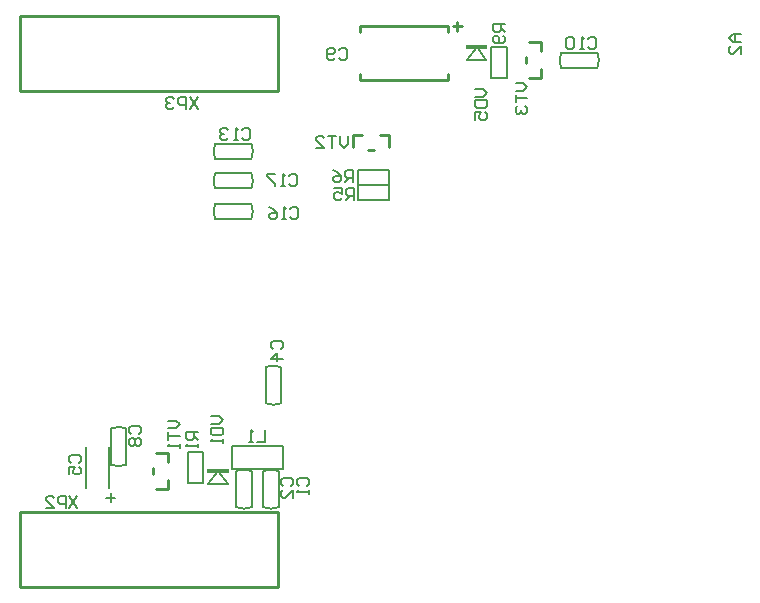
<source format=gbo>
%FSLAX24Y24*%
%MOIN*%
G70*
G01*
G75*
G04 Layer_Color=32896*
%ADD10C,0.0079*%
G04:AMPARAMS|DCode=11|XSize=28mil|YSize=35.8mil|CornerRadius=2.8mil|HoleSize=0mil|Usage=FLASHONLY|Rotation=0.000|XOffset=0mil|YOffset=0mil|HoleType=Round|Shape=RoundedRectangle|*
%AMROUNDEDRECTD11*
21,1,0.0280,0.0302,0,0,0.0*
21,1,0.0224,0.0358,0,0,0.0*
1,1,0.0056,0.0112,-0.0151*
1,1,0.0056,-0.0112,-0.0151*
1,1,0.0056,-0.0112,0.0151*
1,1,0.0056,0.0112,0.0151*
%
%ADD11ROUNDEDRECTD11*%
G04:AMPARAMS|DCode=12|XSize=41mil|YSize=36mil|CornerRadius=1.8mil|HoleSize=0mil|Usage=FLASHONLY|Rotation=0.000|XOffset=0mil|YOffset=0mil|HoleType=Round|Shape=RoundedRectangle|*
%AMROUNDEDRECTD12*
21,1,0.0410,0.0324,0,0,0.0*
21,1,0.0374,0.0360,0,0,0.0*
1,1,0.0036,0.0187,-0.0162*
1,1,0.0036,-0.0187,-0.0162*
1,1,0.0036,-0.0187,0.0162*
1,1,0.0036,0.0187,0.0162*
%
%ADD12ROUNDEDRECTD12*%
G04:AMPARAMS|DCode=13|XSize=41mil|YSize=36mil|CornerRadius=1.8mil|HoleSize=0mil|Usage=FLASHONLY|Rotation=270.000|XOffset=0mil|YOffset=0mil|HoleType=Round|Shape=RoundedRectangle|*
%AMROUNDEDRECTD13*
21,1,0.0410,0.0324,0,0,270.0*
21,1,0.0374,0.0360,0,0,270.0*
1,1,0.0036,-0.0162,-0.0187*
1,1,0.0036,-0.0162,0.0187*
1,1,0.0036,0.0162,0.0187*
1,1,0.0036,0.0162,-0.0187*
%
%ADD13ROUNDEDRECTD13*%
%ADD14O,0.0394X0.0984*%
%ADD15O,0.0984X0.0394*%
G04:AMPARAMS|DCode=16|XSize=28mil|YSize=35.8mil|CornerRadius=2.8mil|HoleSize=0mil|Usage=FLASHONLY|Rotation=270.000|XOffset=0mil|YOffset=0mil|HoleType=Round|Shape=RoundedRectangle|*
%AMROUNDEDRECTD16*
21,1,0.0280,0.0302,0,0,270.0*
21,1,0.0224,0.0358,0,0,270.0*
1,1,0.0056,-0.0151,-0.0112*
1,1,0.0056,-0.0151,0.0112*
1,1,0.0056,0.0151,0.0112*
1,1,0.0056,0.0151,-0.0112*
%
%ADD16ROUNDEDRECTD16*%
%ADD17O,0.0591X0.0281*%
G04:AMPARAMS|DCode=18|XSize=78.7mil|YSize=47.2mil|CornerRadius=11.8mil|HoleSize=0mil|Usage=FLASHONLY|Rotation=180.000|XOffset=0mil|YOffset=0mil|HoleType=Round|Shape=RoundedRectangle|*
%AMROUNDEDRECTD18*
21,1,0.0787,0.0236,0,0,180.0*
21,1,0.0551,0.0472,0,0,180.0*
1,1,0.0236,-0.0276,0.0118*
1,1,0.0236,0.0276,0.0118*
1,1,0.0236,0.0276,-0.0118*
1,1,0.0236,-0.0276,-0.0118*
%
%ADD18ROUNDEDRECTD18*%
%ADD19C,0.0472*%
%ADD20O,0.0709X0.0315*%
%ADD21C,0.0157*%
%ADD22C,0.0118*%
%ADD23C,0.0394*%
%ADD24C,0.0197*%
%ADD25C,0.0600*%
%ADD26R,0.0600X0.0600*%
%ADD27O,0.0984X0.2165*%
%ADD28C,0.0709*%
%ADD29R,0.0600X0.0600*%
%ADD30C,0.0669*%
%ADD31C,0.0315*%
%ADD32C,0.0394*%
%ADD33O,0.0281X0.0591*%
G04:AMPARAMS|DCode=34|XSize=94.5mil|YSize=110.2mil|CornerRadius=23.6mil|HoleSize=0mil|Usage=FLASHONLY|Rotation=180.000|XOffset=0mil|YOffset=0mil|HoleType=Round|Shape=RoundedRectangle|*
%AMROUNDEDRECTD34*
21,1,0.0945,0.0630,0,0,180.0*
21,1,0.0472,0.1102,0,0,180.0*
1,1,0.0472,-0.0236,0.0315*
1,1,0.0472,0.0236,0.0315*
1,1,0.0472,0.0236,-0.0315*
1,1,0.0472,-0.0236,-0.0315*
%
%ADD34ROUNDEDRECTD34*%
G04:AMPARAMS|DCode=35|XSize=51.2mil|YSize=72mil|CornerRadius=2.6mil|HoleSize=0mil|Usage=FLASHONLY|Rotation=90.000|XOffset=0mil|YOffset=0mil|HoleType=Round|Shape=RoundedRectangle|*
%AMROUNDEDRECTD35*
21,1,0.0512,0.0669,0,0,90.0*
21,1,0.0461,0.0720,0,0,90.0*
1,1,0.0051,0.0335,0.0230*
1,1,0.0051,0.0335,-0.0230*
1,1,0.0051,-0.0335,-0.0230*
1,1,0.0051,-0.0335,0.0230*
%
%ADD35ROUNDEDRECTD35*%
G04:AMPARAMS|DCode=36|XSize=54mil|YSize=50mil|CornerRadius=12.5mil|HoleSize=0mil|Usage=FLASHONLY|Rotation=180.000|XOffset=0mil|YOffset=0mil|HoleType=Round|Shape=RoundedRectangle|*
%AMROUNDEDRECTD36*
21,1,0.0540,0.0250,0,0,180.0*
21,1,0.0290,0.0500,0,0,180.0*
1,1,0.0250,-0.0145,0.0125*
1,1,0.0250,0.0145,0.0125*
1,1,0.0250,0.0145,-0.0125*
1,1,0.0250,-0.0145,-0.0125*
%
%ADD36ROUNDEDRECTD36*%
G04:AMPARAMS|DCode=37|XSize=70.9mil|YSize=51.2mil|CornerRadius=12.8mil|HoleSize=0mil|Usage=FLASHONLY|Rotation=90.000|XOffset=0mil|YOffset=0mil|HoleType=Round|Shape=RoundedRectangle|*
%AMROUNDEDRECTD37*
21,1,0.0709,0.0256,0,0,90.0*
21,1,0.0453,0.0512,0,0,90.0*
1,1,0.0256,0.0128,0.0226*
1,1,0.0256,0.0128,-0.0226*
1,1,0.0256,-0.0128,-0.0226*
1,1,0.0256,-0.0128,0.0226*
%
%ADD37ROUNDEDRECTD37*%
%ADD38C,0.0070*%
%ADD39C,0.0071*%
%ADD40C,0.0098*%
%ADD41C,0.0100*%
%ADD42C,0.0039*%
G04:AMPARAMS|DCode=43|XSize=33.9mil|YSize=41.8mil|CornerRadius=5.8mil|HoleSize=0mil|Usage=FLASHONLY|Rotation=0.000|XOffset=0mil|YOffset=0mil|HoleType=Round|Shape=RoundedRectangle|*
%AMROUNDEDRECTD43*
21,1,0.0339,0.0302,0,0,0.0*
21,1,0.0224,0.0418,0,0,0.0*
1,1,0.0116,0.0112,-0.0151*
1,1,0.0116,-0.0112,-0.0151*
1,1,0.0116,-0.0112,0.0151*
1,1,0.0116,0.0112,0.0151*
%
%ADD43ROUNDEDRECTD43*%
G04:AMPARAMS|DCode=44|XSize=47mil|YSize=42mil|CornerRadius=4.8mil|HoleSize=0mil|Usage=FLASHONLY|Rotation=0.000|XOffset=0mil|YOffset=0mil|HoleType=Round|Shape=RoundedRectangle|*
%AMROUNDEDRECTD44*
21,1,0.0470,0.0324,0,0,0.0*
21,1,0.0374,0.0420,0,0,0.0*
1,1,0.0096,0.0187,-0.0162*
1,1,0.0096,-0.0187,-0.0162*
1,1,0.0096,-0.0187,0.0162*
1,1,0.0096,0.0187,0.0162*
%
%ADD44ROUNDEDRECTD44*%
G04:AMPARAMS|DCode=45|XSize=47mil|YSize=42mil|CornerRadius=4.8mil|HoleSize=0mil|Usage=FLASHONLY|Rotation=270.000|XOffset=0mil|YOffset=0mil|HoleType=Round|Shape=RoundedRectangle|*
%AMROUNDEDRECTD45*
21,1,0.0470,0.0324,0,0,270.0*
21,1,0.0374,0.0420,0,0,270.0*
1,1,0.0096,-0.0162,-0.0187*
1,1,0.0096,-0.0162,0.0187*
1,1,0.0096,0.0162,0.0187*
1,1,0.0096,0.0162,-0.0187*
%
%ADD45ROUNDEDRECTD45*%
%ADD46O,0.0454X0.1044*%
%ADD47O,0.1044X0.0454*%
G04:AMPARAMS|DCode=48|XSize=33.9mil|YSize=41.8mil|CornerRadius=5.8mil|HoleSize=0mil|Usage=FLASHONLY|Rotation=270.000|XOffset=0mil|YOffset=0mil|HoleType=Round|Shape=RoundedRectangle|*
%AMROUNDEDRECTD48*
21,1,0.0339,0.0302,0,0,270.0*
21,1,0.0224,0.0418,0,0,270.0*
1,1,0.0116,-0.0151,-0.0112*
1,1,0.0116,-0.0151,0.0112*
1,1,0.0116,0.0151,0.0112*
1,1,0.0116,0.0151,-0.0112*
%
%ADD48ROUNDEDRECTD48*%
%ADD49O,0.0650X0.0341*%
G04:AMPARAMS|DCode=50|XSize=84.7mil|YSize=53.2mil|CornerRadius=14.8mil|HoleSize=0mil|Usage=FLASHONLY|Rotation=180.000|XOffset=0mil|YOffset=0mil|HoleType=Round|Shape=RoundedRectangle|*
%AMROUNDEDRECTD50*
21,1,0.0847,0.0236,0,0,180.0*
21,1,0.0551,0.0532,0,0,180.0*
1,1,0.0296,-0.0276,0.0118*
1,1,0.0296,0.0276,0.0118*
1,1,0.0296,0.0276,-0.0118*
1,1,0.0296,-0.0276,-0.0118*
%
%ADD50ROUNDEDRECTD50*%
%ADD51O,0.0768X0.0375*%
%ADD52C,0.0660*%
%ADD53R,0.0660X0.0660*%
%ADD54O,0.1044X0.2225*%
%ADD55C,0.0768*%
%ADD56R,0.0660X0.0660*%
%ADD57C,0.0729*%
%ADD58C,0.0532*%
%ADD59O,0.0341X0.0650*%
G04:AMPARAMS|DCode=60|XSize=100.5mil|YSize=116.2mil|CornerRadius=26.6mil|HoleSize=0mil|Usage=FLASHONLY|Rotation=180.000|XOffset=0mil|YOffset=0mil|HoleType=Round|Shape=RoundedRectangle|*
%AMROUNDEDRECTD60*
21,1,0.1005,0.0630,0,0,180.0*
21,1,0.0472,0.1162,0,0,180.0*
1,1,0.0532,-0.0236,0.0315*
1,1,0.0532,0.0236,0.0315*
1,1,0.0532,0.0236,-0.0315*
1,1,0.0532,-0.0236,-0.0315*
%
%ADD60ROUNDEDRECTD60*%
G04:AMPARAMS|DCode=61|XSize=57.2mil|YSize=78mil|CornerRadius=5.6mil|HoleSize=0mil|Usage=FLASHONLY|Rotation=90.000|XOffset=0mil|YOffset=0mil|HoleType=Round|Shape=RoundedRectangle|*
%AMROUNDEDRECTD61*
21,1,0.0572,0.0669,0,0,90.0*
21,1,0.0461,0.0780,0,0,90.0*
1,1,0.0111,0.0335,0.0230*
1,1,0.0111,0.0335,-0.0230*
1,1,0.0111,-0.0335,-0.0230*
1,1,0.0111,-0.0335,0.0230*
%
%ADD61ROUNDEDRECTD61*%
G04:AMPARAMS|DCode=62|XSize=60mil|YSize=56mil|CornerRadius=15.5mil|HoleSize=0mil|Usage=FLASHONLY|Rotation=180.000|XOffset=0mil|YOffset=0mil|HoleType=Round|Shape=RoundedRectangle|*
%AMROUNDEDRECTD62*
21,1,0.0600,0.0250,0,0,180.0*
21,1,0.0290,0.0560,0,0,180.0*
1,1,0.0310,-0.0145,0.0125*
1,1,0.0310,0.0145,0.0125*
1,1,0.0310,0.0145,-0.0125*
1,1,0.0310,-0.0145,-0.0125*
%
%ADD62ROUNDEDRECTD62*%
G04:AMPARAMS|DCode=63|XSize=76.8mil|YSize=57.2mil|CornerRadius=15.8mil|HoleSize=0mil|Usage=FLASHONLY|Rotation=90.000|XOffset=0mil|YOffset=0mil|HoleType=Round|Shape=RoundedRectangle|*
%AMROUNDEDRECTD63*
21,1,0.0768,0.0256,0,0,90.0*
21,1,0.0453,0.0572,0,0,90.0*
1,1,0.0316,0.0128,0.0226*
1,1,0.0316,0.0128,-0.0226*
1,1,0.0316,-0.0128,-0.0226*
1,1,0.0316,-0.0128,0.0226*
%
%ADD63ROUNDEDRECTD63*%
%ADD64C,0.0070*%
G36*
X20281Y14166D02*
X19561D01*
Y14276D01*
X20281D01*
Y14166D01*
D02*
G37*
G36*
X28903Y28300D02*
X28183D01*
Y28410D01*
X28903D01*
Y28300D01*
D02*
G37*
D10*
X28543Y28360D02*
X28873Y27930D01*
X28213D02*
X28543Y28360D01*
X28213Y27930D02*
X28873D01*
X19921Y14226D02*
X20251Y13796D01*
X19591D02*
X19921Y14226D01*
X19591Y13796D02*
X20251D01*
X16296Y13660D02*
Y15010D01*
X15516Y13660D02*
Y15010D01*
X16356Y13180D02*
Y13480D01*
X16206Y13330D02*
X16506D01*
X37362Y28780D02*
X37100D01*
X36969Y28648D01*
X37100Y28517D01*
X37362D01*
X37165D01*
Y28780D01*
X37362Y28124D02*
Y28386D01*
X37100Y28124D01*
X37034D01*
X36969Y28189D01*
Y28320D01*
X37034Y28386D01*
X22625Y13714D02*
X22559Y13780D01*
Y13911D01*
X22625Y13976D01*
X22887D01*
X22953Y13911D01*
Y13780D01*
X22887Y13714D01*
X22953Y13583D02*
Y13452D01*
Y13517D01*
X22559D01*
X22625Y13583D01*
X22099Y13734D02*
X22033Y13799D01*
Y13930D01*
X22099Y13996D01*
X22361D01*
X22427Y13930D01*
Y13799D01*
X22361Y13734D01*
X22427Y13340D02*
Y13602D01*
X22164Y13340D01*
X22099D01*
X22033Y13406D01*
Y13537D01*
X22099Y13602D01*
X17034Y15446D02*
X16969Y15512D01*
Y15643D01*
X17034Y15709D01*
X17297D01*
X17362Y15643D01*
Y15512D01*
X17297Y15446D01*
X17034Y15315D02*
X16969Y15249D01*
Y15118D01*
X17034Y15053D01*
X17100D01*
X17165Y15118D01*
X17231Y15053D01*
X17297D01*
X17362Y15118D01*
Y15249D01*
X17297Y15315D01*
X17231D01*
X17165Y15249D01*
X17100Y15315D01*
X17034D01*
X17165Y15249D02*
Y15118D01*
X23950Y28261D02*
X24016Y28327D01*
X24147D01*
X24213Y28261D01*
Y27999D01*
X24147Y27933D01*
X24016D01*
X23950Y27999D01*
X23819D02*
X23753Y27933D01*
X23622D01*
X23557Y27999D01*
Y28261D01*
X23622Y28327D01*
X23753D01*
X23819Y28261D01*
Y28195D01*
X23753Y28130D01*
X23557D01*
X32257Y28615D02*
X32323Y28681D01*
X32454D01*
X32520Y28615D01*
Y28353D01*
X32454Y28287D01*
X32323D01*
X32257Y28353D01*
X32126Y28287D02*
X31995D01*
X32061D01*
Y28681D01*
X32126Y28615D01*
X31798D02*
X31733Y28681D01*
X31601D01*
X31536Y28615D01*
Y28353D01*
X31601Y28287D01*
X31733D01*
X31798Y28353D01*
Y28615D01*
X20727Y25584D02*
X20793Y25649D01*
X20924D01*
X20990Y25584D01*
Y25321D01*
X20924Y25256D01*
X20793D01*
X20727Y25321D01*
X20596Y25256D02*
X20465D01*
X20530D01*
Y25649D01*
X20596Y25584D01*
X20268D02*
X20202Y25649D01*
X20071D01*
X20006Y25584D01*
Y25518D01*
X20071Y25453D01*
X20137D01*
X20071D01*
X20006Y25387D01*
Y25321D01*
X20071Y25256D01*
X20202D01*
X20268Y25321D01*
X22336Y22966D02*
X22402Y23031D01*
X22533D01*
X22598Y22966D01*
Y22703D01*
X22533Y22638D01*
X22402D01*
X22336Y22703D01*
X22205Y22638D02*
X22074D01*
X22139D01*
Y23031D01*
X22205Y22966D01*
X21614Y23031D02*
X21746Y22966D01*
X21877Y22835D01*
Y22703D01*
X21811Y22638D01*
X21680D01*
X21614Y22703D01*
Y22769D01*
X21680Y22835D01*
X21877D01*
X22297Y24068D02*
X22362Y24134D01*
X22493D01*
X22559Y24068D01*
Y23806D01*
X22493Y23740D01*
X22362D01*
X22297Y23806D01*
X22165Y23740D02*
X22034D01*
X22100D01*
Y24134D01*
X22165Y24068D01*
X21837Y24134D02*
X21575D01*
Y24068D01*
X21837Y23806D01*
Y23740D01*
X21496Y15590D02*
Y15197D01*
X21234D01*
X21102D02*
X20971D01*
X21037D01*
Y15590D01*
X21102Y15525D01*
X19252Y15531D02*
X18858D01*
Y15335D01*
X18924Y15269D01*
X19055D01*
X19121Y15335D01*
Y15531D01*
Y15400D02*
X19252Y15269D01*
Y15138D02*
Y15007D01*
Y15072D01*
X18858D01*
X18924Y15138D01*
X24449Y23268D02*
Y23661D01*
X24252D01*
X24186Y23596D01*
Y23465D01*
X24252Y23399D01*
X24449D01*
X24318D02*
X24186Y23268D01*
X23793Y23661D02*
X24055D01*
Y23465D01*
X23924Y23530D01*
X23858D01*
X23793Y23465D01*
Y23333D01*
X23858Y23268D01*
X23990D01*
X24055Y23333D01*
X24411Y23858D02*
Y24252D01*
X24214D01*
X24148Y24186D01*
Y24055D01*
X24214Y23989D01*
X24411D01*
X24280D02*
X24148Y23858D01*
X23755Y24252D02*
X23886Y24186D01*
X24017Y24055D01*
Y23924D01*
X23952Y23858D01*
X23820D01*
X23755Y23924D01*
Y23989D01*
X23820Y24055D01*
X24017D01*
X29488Y29134D02*
X29095D01*
Y28937D01*
X29160Y28871D01*
X29291D01*
X29357Y28937D01*
Y29134D01*
Y29003D02*
X29488Y28871D01*
X29423Y28740D02*
X29488Y28675D01*
Y28544D01*
X29423Y28478D01*
X29160D01*
X29095Y28544D01*
Y28675D01*
X29160Y28740D01*
X29226D01*
X29291Y28675D01*
Y28478D01*
X19685Y16063D02*
X19948D01*
X20079Y15932D01*
X19948Y15801D01*
X19685D01*
Y15669D02*
X20079D01*
Y15473D01*
X20013Y15407D01*
X19751D01*
X19685Y15473D01*
Y15669D01*
X20079Y15276D02*
Y15145D01*
Y15210D01*
X19685D01*
X19751Y15276D01*
X28504Y26969D02*
X28766D01*
X28898Y26837D01*
X28766Y26706D01*
X28504D01*
Y26575D02*
X28898D01*
Y26378D01*
X28832Y26313D01*
X28570D01*
X28504Y26378D01*
Y26575D01*
Y25919D02*
Y26181D01*
X28701D01*
X28635Y26050D01*
Y25985D01*
X28701Y25919D01*
X28832D01*
X28898Y25985D01*
Y26116D01*
X28832Y26181D01*
X18268Y15906D02*
X18530D01*
X18661Y15774D01*
X18530Y15643D01*
X18268D01*
Y15512D02*
Y15250D01*
Y15381D01*
X18661D01*
Y15118D02*
Y14987D01*
Y15053D01*
X18268D01*
X18333Y15118D01*
X24252Y25374D02*
Y25111D01*
X24121Y24980D01*
X23990Y25111D01*
Y25374D01*
X23858D02*
X23596D01*
X23727D01*
Y24980D01*
X23202D02*
X23465D01*
X23202Y25243D01*
Y25308D01*
X23268Y25374D01*
X23399D01*
X23465Y25308D01*
X29843Y27165D02*
X30105D01*
X30236Y27034D01*
X30105Y26903D01*
X29843D01*
Y26772D02*
Y26509D01*
Y26641D01*
X30236D01*
X29908Y26378D02*
X29843Y26313D01*
Y26181D01*
X29908Y26116D01*
X29974D01*
X30039Y26181D01*
Y26247D01*
Y26181D01*
X30105Y26116D01*
X30171D01*
X30236Y26181D01*
Y26313D01*
X30171Y26378D01*
X15236Y13386D02*
X14974Y12992D01*
Y13386D02*
X15236Y12992D01*
X14843D02*
Y13386D01*
X14646D01*
X14580Y13320D01*
Y13189D01*
X14646Y13123D01*
X14843D01*
X14187Y12992D02*
X14449D01*
X14187Y13255D01*
Y13320D01*
X14252Y13386D01*
X14383D01*
X14449Y13320D01*
X19252Y26693D02*
X18990Y26299D01*
Y26693D02*
X19252Y26299D01*
X18858D02*
Y26693D01*
X18662D01*
X18596Y26627D01*
Y26496D01*
X18662Y26430D01*
X18858D01*
X18465Y26627D02*
X18399Y26693D01*
X18268D01*
X18202Y26627D01*
Y26562D01*
X18268Y26496D01*
X18334D01*
X18268D01*
X18202Y26430D01*
Y26365D01*
X18268Y26299D01*
X18399D01*
X18465Y26365D01*
X21759Y18281D02*
X21693Y18347D01*
Y18478D01*
X21759Y18543D01*
X22021D01*
X22087Y18478D01*
Y18347D01*
X22021Y18281D01*
X22087Y17953D02*
X21693D01*
X21890Y18150D01*
Y17887D01*
X15026Y14501D02*
X14961Y14567D01*
Y14698D01*
X15026Y14764D01*
X15289D01*
X15354Y14698D01*
Y14567D01*
X15289Y14501D01*
X14961Y14108D02*
Y14370D01*
X15158D01*
X15092Y14239D01*
Y14173D01*
X15158Y14108D01*
X15289D01*
X15354Y14173D01*
Y14305D01*
X15289Y14370D01*
D38*
X31365Y28169D02*
G03*
X31365Y27659I608J-256D01*
G01*
X32572D02*
G03*
X32572Y28169I-609J255D01*
G01*
X21037Y23642D02*
G03*
X21037Y24152I-608J256D01*
G01*
X19829D02*
G03*
X19830Y23642I609J-255D01*
G01*
X21037Y22618D02*
G03*
X21037Y23129I-608J256D01*
G01*
X19829D02*
G03*
X19830Y22618I609J-255D01*
G01*
X21037Y24626D02*
G03*
X21037Y25137I-608J256D01*
G01*
X19829D02*
G03*
X19830Y24626I609J-255D01*
G01*
X21949Y14225D02*
G03*
X21438Y14226I-256J-608D01*
G01*
Y13018D02*
G03*
X21949Y13019I255J609D01*
G01*
X21043Y14225D02*
G03*
X20533Y14226I-256J-608D01*
G01*
Y13018D02*
G03*
X21043Y13019I255J609D01*
G01*
X21516Y16483D02*
G03*
X22026Y16483I256J608D01*
G01*
Y17690D02*
G03*
X21516Y17690I-255J-609D01*
G01*
X16358Y14436D02*
G03*
X16869Y14435I256J608D01*
G01*
Y15643D02*
G03*
X16358Y15643I-255J-609D01*
G01*
X24597Y23248D02*
Y23760D01*
X25640Y23248D02*
Y23760D01*
X24597D02*
X25640D01*
X24597Y23248D02*
X25640D01*
X25640Y23760D02*
Y24272D01*
X24596Y23760D02*
Y24272D01*
Y23760D02*
X25640D01*
X24596Y24272D02*
X25640D01*
X29035Y28356D02*
X29547D01*
X29035Y27313D02*
X29547D01*
Y28356D01*
X29035Y27313D02*
Y28356D01*
X31368Y28169D02*
X32569D01*
X31369Y27658D02*
X32569D01*
X19832Y23642D02*
X21033D01*
X19833Y24153D02*
X21033D01*
X19832Y22618D02*
X21033D01*
X19833Y23129D02*
X21033D01*
X19832Y24626D02*
X21033D01*
X19833Y25137D02*
X21033D01*
X21949Y13021D02*
Y14222D01*
X21438Y13022D02*
Y14222D01*
X21043Y13021D02*
Y14222D01*
X20532Y13022D02*
Y14222D01*
X18917Y14852D02*
X19429D01*
X18917Y13809D02*
X19429D01*
Y14852D01*
X18917Y13809D02*
Y14852D01*
X21516Y16487D02*
Y17687D01*
X22027Y16487D02*
Y17687D01*
X16358Y14439D02*
Y15640D01*
X16869Y14439D02*
Y15639D01*
D41*
X25333Y25429D02*
X25633D01*
X24433Y25029D02*
Y25429D01*
X24733D01*
X24933Y24929D02*
X25133D01*
X25633Y25029D02*
Y25429D01*
X24652Y29050D02*
X27602D01*
X24652Y27250D02*
X27602D01*
X24652Y28850D02*
Y29050D01*
Y27250D02*
Y27450D01*
X27602Y28850D02*
Y29050D01*
X27752D02*
X28052D01*
X27902Y28900D02*
Y29200D01*
X27602Y27250D02*
Y27450D01*
X30705Y27320D02*
Y27620D01*
X30305Y28520D02*
X30705D01*
Y28220D02*
Y28520D01*
X30205Y27820D02*
Y28020D01*
X30305Y27320D02*
X30705D01*
X18264Y13619D02*
Y13919D01*
X17864Y14819D02*
X18264D01*
Y14519D02*
Y14819D01*
X17764Y14119D02*
Y14319D01*
X17864Y13619D02*
X18264D01*
X13313Y12852D02*
X21913D01*
X13313Y10352D02*
X21913D01*
X13313D02*
Y12852D01*
X21913Y10352D02*
Y12852D01*
X13313Y29388D02*
X21913D01*
X13313Y26888D02*
X21913D01*
X13313D02*
Y29388D01*
X21913Y26888D02*
Y29388D01*
D64*
X22083Y14305D02*
Y15065D01*
X20403Y14305D02*
Y15065D01*
Y14305D02*
X22083D01*
X20403Y15065D02*
X22083D01*
M02*

</source>
